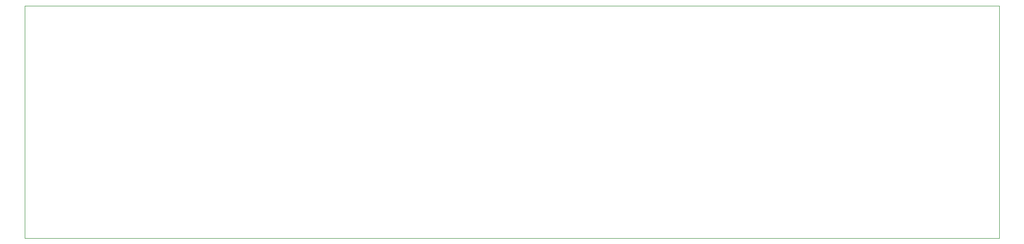
<source format=gbr>
%TF.GenerationSoftware,KiCad,Pcbnew,(5.1.5-131-g305ed0b65)-1*%
%TF.CreationDate,2020-04-22T15:18:06+08:00*%
%TF.ProjectId,NixieController,4e697869-6543-46f6-9e74-726f6c6c6572,rev?*%
%TF.SameCoordinates,Original*%
%TF.FileFunction,Profile,NP*%
%FSLAX46Y46*%
G04 Gerber Fmt 4.6, Leading zero omitted, Abs format (unit mm)*
G04 Created by KiCad (PCBNEW (5.1.5-131-g305ed0b65)-1) date 2020-04-22 15:18:06*
%MOMM*%
%LPD*%
G01*
G04 APERTURE LIST*
%TA.AperFunction,Profile*%
%ADD10C,0.050000*%
%TD*%
G04 APERTURE END LIST*
D10*
X-67000000Y-82500000D02*
X-67000000Y-42000000D01*
X-67000000Y-82500000D02*
X103000000Y-82500000D01*
X103000000Y-82500000D02*
X103000000Y-42000000D01*
X103000000Y-42000000D02*
X-67000000Y-42000000D01*
M02*

</source>
